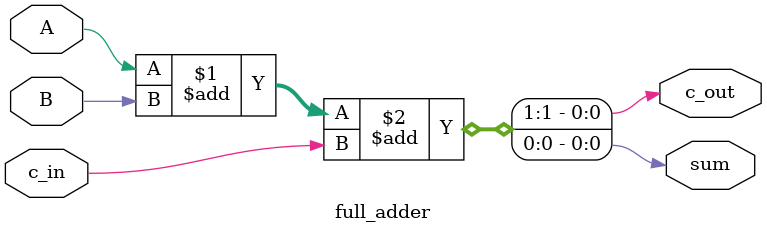
<source format=v>
module full_adder(A, B, c_in, sum, c_out);
    input A, B, c_in;
    output sum, c_out;
    
    assign {c_out, sum} = A + B + c_in;
endmodule
</source>
